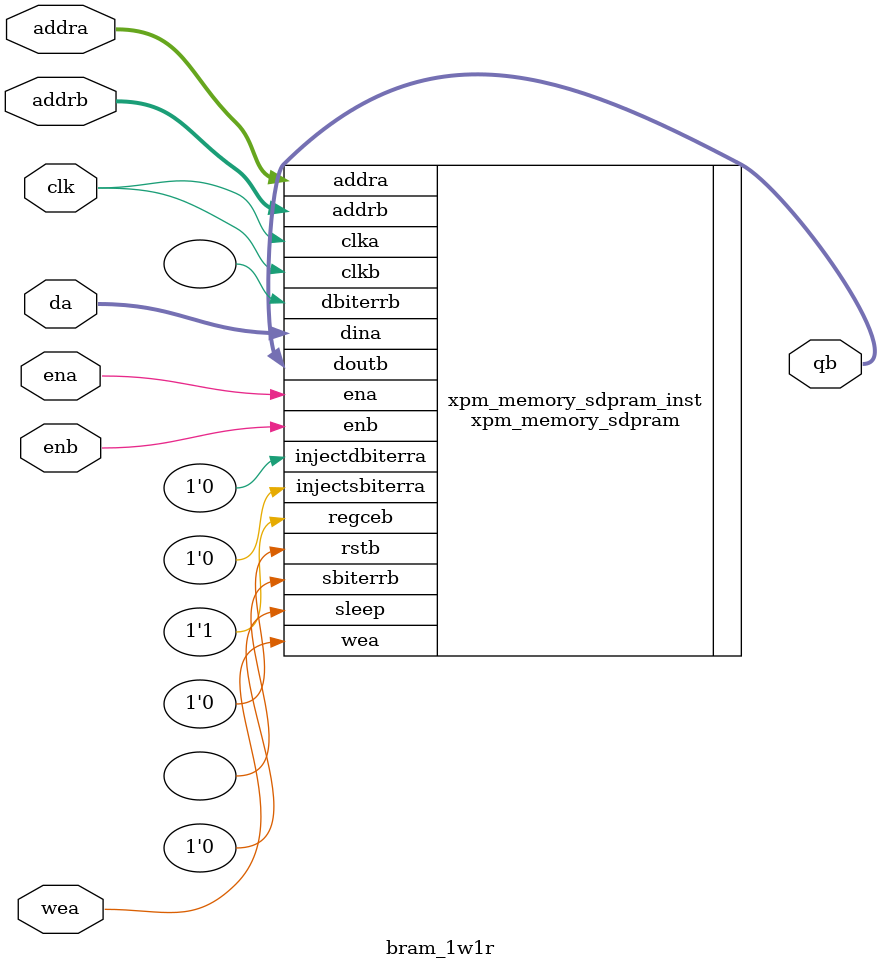
<source format=sv>


module bram_1w1r #(parameter WIDTH=32, parameter ADDR_WIDTH=4, parameter DEPTH=16, parameter PIPELINE=0, parameter MEMORY_TYPE = "auto") 
(
   input clk,
   input wea,
   input ena,
   input[ADDR_WIDTH-1:0] addra,
   input[WIDTH-1:0] da,

   input enb,
   input[ADDR_WIDTH-1:0] addrb,
   output logic[WIDTH-1:0] qb


   );

`ifndef NO_XILINX_XPM_RAM 

   xpm_memory_sdpram # (
   // Common module parameters
   .MEMORY_SIZE (WIDTH*DEPTH), //positive integer
   .MEMORY_PRIMITIVE (MEMORY_TYPE), //string; "auto", "distributed", "block" or "ultra";
   .CLOCKING_MODE ("common_clock"), //string; "common_clock", "independent_clock"
   .MEMORY_INIT_FILE ("none"), //string; "none" or "<filename>.mem"
   .MEMORY_INIT_PARAM ("" ), //string;
   .USE_MEM_INIT (1), //integer; 0,1
   .WAKEUP_TIME ("disable_sleep"), //string; "disable_sleep" or "use_sleep_pin"
   .MESSAGE_CONTROL (0), //integer; 0,1
   // Port A module parameters
   .WRITE_DATA_WIDTH_A (WIDTH), //positive integer
   .BYTE_WRITE_WIDTH_A (WIDTH), //integer; 8, 9, or WRITE_DATA_WIDTH_A value
   .ADDR_WIDTH_A (ADDR_WIDTH), //positive integer
   // Port B module parameters
   .READ_DATA_WIDTH_B (WIDTH), //positive integer
   .ADDR_WIDTH_B (ADDR_WIDTH), //positive integer
   .READ_RESET_VALUE_B ("0"), //vector of READ_DATA_WIDTH_B bits
   .READ_LATENCY_B (PIPELINE+1), //non-negative integer
   .WRITE_MODE_B ("read_first") //string; "write_first", "read_first", "no_change"
   ) xpm_memory_sdpram_inst (
   // Common module ports
   .sleep (1'b0),
   // Port A module ports
   .clka (clk),
   .ena (ena),
   .wea (wea),
   .addra (addra),
   .dina (da),
   .injectsbiterra (1'b0), //do not change
   .injectdbiterra (1'b0), //do not change
   // Port B module ports
   .clkb (clk),
   .rstb (1'b0),
   .enb (enb),
   .regceb (1'b1),
   .addrb (addrb),
   .doutb (qb),
   .sbiterrb (), //do not change
   .dbiterrb () //do not change
   );
   // End of xpm_memory_tdpram instance declaration

`else


  logic[WIDTH-1:0] ram[DEPTH-1:0];

  logic[WIDTH-1:0] rddata_b, rddata_b_q;

`ifdef BRAM_1W1R_INIT
  initial
     ram = '{default:'0};
`endif

  always @(posedge clk)
     if (ena && wea)
     begin
        ram[addra] <= da;
     end

  always @(posedge clk)
     rddata_b_q <= rddata_b;

  always @(posedge clk)
     if (enb)
     begin
        rddata_b <= ram[addrb];
     end

  assign qb = (PIPELINE)? rddata_b_q: rddata_b;

`endif

endmodule  

</source>
